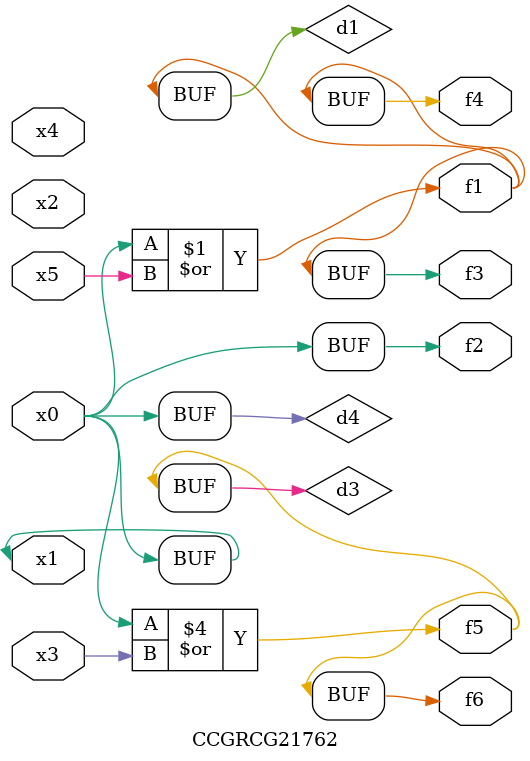
<source format=v>
module CCGRCG21762(
	input x0, x1, x2, x3, x4, x5,
	output f1, f2, f3, f4, f5, f6
);

	wire d1, d2, d3, d4;

	or (d1, x0, x5);
	xnor (d2, x1, x4);
	or (d3, x0, x3);
	buf (d4, x0, x1);
	assign f1 = d1;
	assign f2 = d4;
	assign f3 = d1;
	assign f4 = d1;
	assign f5 = d3;
	assign f6 = d3;
endmodule

</source>
